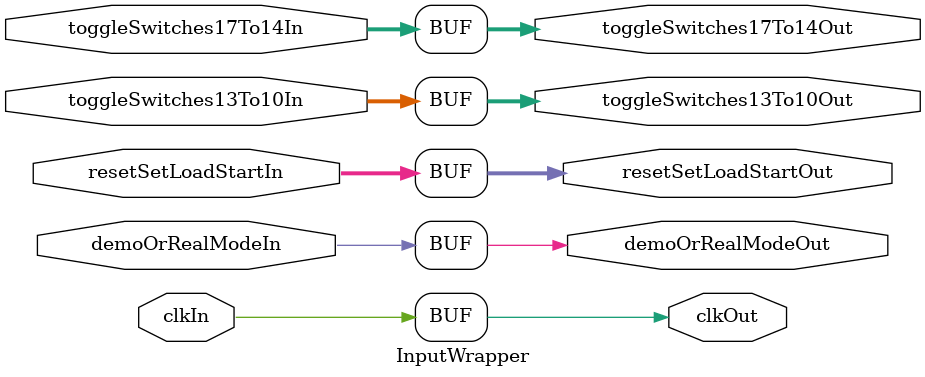
<source format=v>
/*
Name: The Magnesium Team (Olanrewaju Ibironke, Su Hui Tan, Anitha Ramesh Puranik, Meghna Chittajallu)
Date: April 14, 2016
Project: Input Wrapper
*/
module InputWrapper(demoOrRealModeIn, resetSetLoadStartIn, toggleSwitches17To14In, toggleSwitches13To10In, clkIn, demoOrRealModeOut, resetSetLoadStartOut, toggleSwitches17To14Out, toggleSwitches13To10Out, clkOut);

input clkIn, demoOrRealModeIn;
input [3:0] toggleSwitches17To14In, resetSetLoadStartIn; 
input [3:0] toggleSwitches13To10In;
output clkOut, demoOrRealModeOut;
output [3:0] toggleSwitches17To14Out, resetSetLoadStartOut; 
output [3:0] toggleSwitches13To10Out;

assign clkOut = clkIn;
assign demoOrRealModeOut = demoOrRealModeIn;
assign toggleSwitches17To14Out = toggleSwitches17To14In; 
assign resetSetLoadStartOut = resetSetLoadStartIn;
assign toggleSwitches13To10Out = toggleSwitches13To10In;

endmodule

</source>
